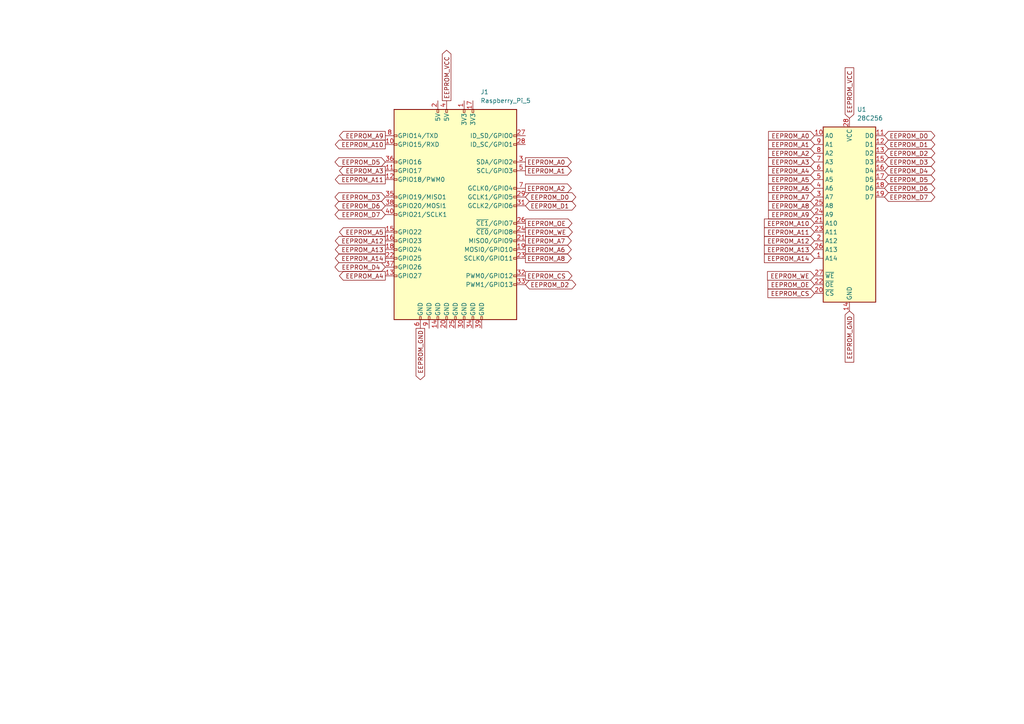
<source format=kicad_sch>
(kicad_sch (version 20230121) (generator eeschema)
  (paper "A4")
  (lib_symbols
    (symbol "Connector:Raspberry_Pi_2_3" (pin_names (offset 1.016))
      (property "Reference" "J" (at -17.78 31.75 0))
      (property "Value" "Raspberry_Pi_2_3" (at 10.16 -31.75 0))
      (symbol "Raspberry_Pi_2_3_0_1"
        (rectangle (start -17.78 30.48) (end 17.78 -30.48) (stroke (width 0.254)) (fill (type background)))
      )
      (symbol "Raspberry_Pi_2_3_1_1"
        (rectangle (start -16.891 -17.526) (end -17.78 -18.034))
        (rectangle (start -16.891 -14.986) (end -17.78 -15.494))
        (rectangle (start -16.891 -12.446) (end -17.78 -12.954))
        (rectangle (start -16.891 -9.906) (end -17.78 -10.414))
        (rectangle (start -16.891 -7.366) (end -17.78 -7.874))
        (rectangle (start -16.891 -4.826) (end -17.78 -5.334))
        (rectangle (start -16.891 0.254) (end -17.78 -0.254))
        (rectangle (start -16.891 2.794) (end -17.78 2.286))
        (rectangle (start -16.891 5.334) (end -17.78 4.826))
        (rectangle (start -16.891 10.414) (end -17.78 9.906))
        (rectangle (start -16.891 12.954) (end -17.78 12.446))
        (rectangle (start -16.891 15.494) (end -17.78 14.986))
        (rectangle (start -16.891 20.574) (end -17.78 20.066))
        (rectangle (start -16.891 23.114) (end -17.78 22.606))
        (rectangle (start -10.414 -29.591) (end -9.906 -30.48))
        (rectangle (start -7.874 -29.591) (end -7.366 -30.48))
        (rectangle (start -5.334 -29.591) (end -4.826 -30.48))
        (rectangle (start -5.334 30.48) (end -4.826 29.591))
        (rectangle (start -2.794 -29.591) (end -2.286 -30.48))
        (rectangle (start -2.794 30.48) (end -2.286 29.591))
        (rectangle (start -0.254 -29.591) (end 0.254 -30.48))
        (rectangle (start 2.286 -29.591) (end 2.794 -30.48))
        (rectangle (start 2.286 30.48) (end 2.794 29.591))
        (rectangle (start 4.826 -29.591) (end 5.334 -30.48))
        (rectangle (start 4.826 30.48) (end 5.334 29.591))
        (rectangle (start 7.366 -29.591) (end 7.874 -30.48))
        (rectangle (start 17.78 -20.066) (end 16.891 -20.574))
        (rectangle (start 17.78 -17.526) (end 16.891 -18.034))
        (rectangle (start 17.78 -12.446) (end 16.891 -12.954))
        (rectangle (start 17.78 -9.906) (end 16.891 -10.414))
        (rectangle (start 17.78 -7.366) (end 16.891 -7.874))
        (rectangle (start 17.78 -4.826) (end 16.891 -5.334))
        (rectangle (start 17.78 -2.286) (end 16.891 -2.794))
        (rectangle (start 17.78 2.794) (end 16.891 2.286))
        (rectangle (start 17.78 5.334) (end 16.891 4.826))
        (rectangle (start 17.78 7.874) (end 16.891 7.366))
        (rectangle (start 17.78 12.954) (end 16.891 12.446))
        (rectangle (start 17.78 15.494) (end 16.891 14.986))
        (rectangle (start 17.78 20.574) (end 16.891 20.066))
        (rectangle (start 17.78 23.114) (end 16.891 22.606))
        (pin power_in line (at 2.54 33.02 270) (length 2.54) (name "3V3") (number "1"))
        (pin bidirectional line (at -20.32 20.32 0) (length 2.54) (name "GPIO15/RXD") (number "10"))
        (pin bidirectional line (at -20.32 12.7 0) (length 2.54) (name "GPIO17") (number "11"))
        (pin bidirectional line (at -20.32 10.16 0) (length 2.54) (name "GPIO18/PWM0") (number "12"))
        (pin bidirectional line (at -20.32 -17.78 0) (length 2.54) (name "GPIO27") (number "13"))
        (pin power_in line (at -5.08 -33.02 90) (length 2.54) (name "GND") (number "14"))
        (pin bidirectional line (at -20.32 -5.08 0) (length 2.54) (name "GPIO22") (number "15"))
        (pin bidirectional line (at -20.32 -7.62 0) (length 2.54) (name "GPIO23") (number "16"))
        (pin power_in line (at 5.08 33.02 270) (length 2.54) (name "3V3") (number "17"))
        (pin bidirectional line (at -20.32 -10.16 0) (length 2.54) (name "GPIO24") (number "18"))
        (pin bidirectional line (at 20.32 -10.16 180) (length 2.54) (name "MOSI0/GPIO10") (number "19"))
        (pin power_in line (at -5.08 33.02 270) (length 2.54) (name "5V") (number "2"))
        (pin power_in line (at -2.54 -33.02 90) (length 2.54) (name "GND") (number "20"))
        (pin bidirectional line (at 20.32 -7.62 180) (length 2.54) (name "MISO0/GPIO9") (number "21"))
        (pin bidirectional line (at -20.32 -12.7 0) (length 2.54) (name "GPIO25") (number "22"))
        (pin bidirectional line (at 20.32 -12.7 180) (length 2.54) (name "SCLK0/GPIO11") (number "23"))
        (pin bidirectional line (at 20.32 -5.08 180) (length 2.54) (name "~{CE0}/GPIO8") (number "24"))
        (pin power_in line (at 0 -33.02 90) (length 2.54) (name "GND") (number "25"))
        (pin bidirectional line (at 20.32 -2.54 180) (length 2.54) (name "~{CE1}/GPIO7") (number "26"))
        (pin bidirectional line (at 20.32 22.86 180) (length 2.54) (name "ID_SD/GPIO0") (number "27"))
        (pin bidirectional line (at 20.32 20.32 180) (length 2.54) (name "ID_SC/GPIO1") (number "28"))
        (pin bidirectional line (at 20.32 5.08 180) (length 2.54) (name "GCLK1/GPIO5") (number "29"))
        (pin bidirectional line (at 20.32 15.24 180) (length 2.54) (name "SDA/GPIO2") (number "3"))
        (pin power_in line (at 2.54 -33.02 90) (length 2.54) (name "GND") (number "30"))
        (pin bidirectional line (at 20.32 2.54 180) (length 2.54) (name "GCLK2/GPIO6") (number "31"))
        (pin bidirectional line (at 20.32 -17.78 180) (length 2.54) (name "PWM0/GPIO12") (number "32"))
        (pin bidirectional line (at 20.32 -20.32 180) (length 2.54) (name "PWM1/GPIO13") (number "33"))
        (pin power_in line (at 5.08 -33.02 90) (length 2.54) (name "GND") (number "34"))
        (pin bidirectional line (at -20.32 5.08 0) (length 2.54) (name "GPIO19/MISO1") (number "35"))
        (pin bidirectional line (at -20.32 15.24 0) (length 2.54) (name "GPIO16") (number "36"))
        (pin bidirectional line (at -20.32 -15.24 0) (length 2.54) (name "GPIO26") (number "37"))
        (pin bidirectional line (at -20.32 2.54 0) (length 2.54) (name "GPIO20/MOSI1") (number "38"))
        (pin power_in line (at 7.62 -33.02 90) (length 2.54) (name "GND") (number "39"))
        (pin power_in line (at -2.54 33.02 270) (length 2.54) (name "5V") (number "4"))
        (pin bidirectional line (at -20.32 0 0) (length 2.54) (name "GPIO21/SCLK1") (number "40"))
        (pin bidirectional line (at 20.32 12.7 180) (length 2.54) (name "SCL/GPIO3") (number "5"))
        (pin power_in line (at -10.16 -33.02 90) (length 2.54) (name "GND") (number "6"))
        (pin bidirectional line (at 20.32 7.62 180) (length 2.54) (name "GCLK0/GPIO4") (number "7"))
        (pin bidirectional line (at -20.32 22.86 0) (length 2.54) (name "GPIO14/TXD") (number "8"))
        (pin power_in line (at -7.62 -33.02 90) (length 2.54) (name "GND") (number "9"))
      )
    )
    (symbol "Memory_EEPROM:28C256"
      (property "Reference" "U" (at -7.62 26.67 0))
      (property "Value" "28C256" (at 2.54 -26.67 0))
      (symbol "28C256_1_1"
        (rectangle (start -7.62 25.4) (end 7.62 -25.4) (stroke (width 0.254)) (fill (type background)))
        (pin input line (at -10.16 -12.7 0) (length 2.54) (name "A14") (number "1"))
        (pin input line (at -10.16 22.86 0) (length 2.54) (name "A0") (number "10"))
        (pin tri_state line (at 10.16 22.86 180) (length 2.54) (name "D0") (number "11"))
        (pin tri_state line (at 10.16 20.32 180) (length 2.54) (name "D1") (number "12"))
        (pin tri_state line (at 10.16 17.78 180) (length 2.54) (name "D2") (number "13"))
        (pin power_in line (at 0 -27.94 90) (length 2.54) (name "GND") (number "14"))
        (pin tri_state line (at 10.16 15.24 180) (length 2.54) (name "D3") (number "15"))
        (pin tri_state line (at 10.16 12.7 180) (length 2.54) (name "D4") (number "16"))
        (pin tri_state line (at 10.16 10.16 180) (length 2.54) (name "D5") (number "17"))
        (pin tri_state line (at 10.16 7.62 180) (length 2.54) (name "D6") (number "18"))
        (pin tri_state line (at 10.16 5.08 180) (length 2.54) (name "D7") (number "19"))
        (pin input line (at -10.16 -7.62 0) (length 2.54) (name "A12") (number "2"))
        (pin input line (at -10.16 -22.86 0) (length 2.54) (name "~{CS}") (number "20"))
        (pin input line (at -10.16 -2.54 0) (length 2.54) (name "A10") (number "21"))
        (pin input line (at -10.16 -20.32 0) (length 2.54) (name "~{OE}") (number "22"))
        (pin input line (at -10.16 -5.08 0) (length 2.54) (name "A11") (number "23"))
        (pin input line (at -10.16 0 0) (length 2.54) (name "A9") (number "24"))
        (pin input line (at -10.16 2.54 0) (length 2.54) (name "A8") (number "25"))
        (pin input line (at -10.16 -10.16 0) (length 2.54) (name "A13") (number "26"))
        (pin input line (at -10.16 -17.78 0) (length 2.54) (name "~{WE}") (number "27"))
        (pin power_in line (at 0 27.94 270) (length 2.54) (name "VCC") (number "28"))
        (pin input line (at -10.16 5.08 0) (length 2.54) (name "A7") (number "3"))
        (pin input line (at -10.16 7.62 0) (length 2.54) (name "A6") (number "4"))
        (pin input line (at -10.16 10.16 0) (length 2.54) (name "A5") (number "5"))
        (pin input line (at -10.16 12.7 0) (length 2.54) (name "A4") (number "6"))
        (pin input line (at -10.16 15.24 0) (length 2.54) (name "A3") (number "7"))
        (pin input line (at -10.16 17.78 0) (length 2.54) (name "A2") (number "8"))
        (pin input line (at -10.16 20.32 0) (length 2.54) (name "A1") (number "9"))
      )
    )
  )
  (global_label "EEPROM_D6" (shape bidirectional) (at 111.76 59.69 180) (property "Intersheetrefs" "${INTERSHEET_REFS}" (effects hide)))
  (global_label "EEPROM_D4" (shape bidirectional) (at 256.54 49.53 0) (property "Intersheetrefs" "${INTERSHEET_REFS}" (effects hide)))
  (global_label "EEPROM_A0" (shape output) (at 152.4 46.99 0) (property "Intersheetrefs" "${INTERSHEET_REFS}" (effects hide)))
  (global_label "EEPROM_OE" (shape input) (at 236.22 82.55 180) (property "Intersheetrefs" "${INTERSHEET_REFS}" (effects hide)))
  (global_label "EEPROM_A11" (shape output) (at 111.76 52.07 180) (property "Intersheetrefs" "${INTERSHEET_REFS}" (effects hide)))
  (global_label "EEPROM_A0" (shape input) (at 236.22 39.37 180) (property "Intersheetrefs" "${INTERSHEET_REFS}" (effects hide)))
  (global_label "EEPROM_D1" (shape bidirectional) (at 256.54 41.91 0) (property "Intersheetrefs" "${INTERSHEET_REFS}" (effects hide)))
  (global_label "EEPROM_A14" (shape output) (at 111.76 74.93 180) (property "Intersheetrefs" "${INTERSHEET_REFS}" (effects hide)))
  (global_label "EEPROM_A5" (shape output) (at 111.76 67.31 180) (property "Intersheetrefs" "${INTERSHEET_REFS}" (effects hide)))
  (global_label "EEPROM_CS" (shape output) (at 152.4 80.01 0) (property "Intersheetrefs" "${INTERSHEET_REFS}" (effects hide)))
  (global_label "EEPROM_A9" (shape output) (at 111.76 39.37 180) (property "Intersheetrefs" "${INTERSHEET_REFS}" (effects hide)))
  (global_label "EEPROM_A2" (shape output) (at 152.4 54.61 0) (property "Intersheetrefs" "${INTERSHEET_REFS}" (effects hide)))
  (global_label "EEPROM_A2" (shape input) (at 236.22 44.45 180) (property "Intersheetrefs" "${INTERSHEET_REFS}" (effects hide)))
  (global_label "EEPROM_A13" (shape output) (at 111.76 72.39 180) (property "Intersheetrefs" "${INTERSHEET_REFS}" (effects hide)))
  (global_label "EEPROM_A14" (shape input) (at 236.22 74.93 180) (property "Intersheetrefs" "${INTERSHEET_REFS}" (effects hide)))
  (global_label "EEPROM_A3" (shape output) (at 111.76 49.53 180) (property "Intersheetrefs" "${INTERSHEET_REFS}" (effects hide)))
  (global_label "EEPROM_D7" (shape bidirectional) (at 111.76 62.23 180) (property "Intersheetrefs" "${INTERSHEET_REFS}" (effects hide)))
  (global_label "EEPROM_A10" (shape output) (at 111.76 41.91 180) (property "Intersheetrefs" "${INTERSHEET_REFS}" (effects hide)))
  (global_label "EEPROM_D7" (shape bidirectional) (at 256.54 57.15 0) (property "Intersheetrefs" "${INTERSHEET_REFS}" (effects hide)))
  (global_label "EEPROM_WE" (shape output) (at 152.4 67.31 0) (property "Intersheetrefs" "${INTERSHEET_REFS}" (effects hide)))
  (global_label "EEPROM_A11" (shape input) (at 236.22 67.31 180) (property "Intersheetrefs" "${INTERSHEET_REFS}" (effects hide)))
  (global_label "EEPROM_A8" (shape output) (at 152.4 74.93 0) (property "Intersheetrefs" "${INTERSHEET_REFS}" (effects hide)))
  (global_label "EEPROM_A8" (shape input) (at 236.22 59.69 180) (property "Intersheetrefs" "${INTERSHEET_REFS}" (effects hide)))
  (global_label "EEPROM_D0" (shape bidirectional) (at 152.4 57.15 0) (property "Intersheetrefs" "${INTERSHEET_REFS}" (effects hide)))
  (global_label "EEPROM_WE" (shape input) (at 236.22 80.01 180) (property "Intersheetrefs" "${INTERSHEET_REFS}" (effects hide)))
  (global_label "EEPROM_A4" (shape input) (at 236.22 49.53 180) (property "Intersheetrefs" "${INTERSHEET_REFS}" (effects hide)))
  (global_label "EEPROM_A10" (shape input) (at 236.22 64.77 180) (property "Intersheetrefs" "${INTERSHEET_REFS}" (effects hide)))
  (global_label "EEPROM_A13" (shape input) (at 236.22 72.39 180) (property "Intersheetrefs" "${INTERSHEET_REFS}" (effects hide)))
  (global_label "EEPROM_OE" (shape output) (at 152.4 64.77 0) (property "Intersheetrefs" "${INTERSHEET_REFS}" (effects hide)))
  (global_label "EEPROM_D3" (shape bidirectional) (at 256.54 46.99 0) (property "Intersheetrefs" "${INTERSHEET_REFS}" (effects hide)))
  (global_label "EEPROM_A7" (shape input) (at 236.22 57.15 180) (property "Intersheetrefs" "${INTERSHEET_REFS}" (effects hide)))
  (global_label "EEPROM_D3" (shape bidirectional) (at 111.76 57.15 180) (property "Intersheetrefs" "${INTERSHEET_REFS}" (effects hide)))
  (global_label "EEPROM_D2" (shape bidirectional) (at 152.4 82.55 0) (property "Intersheetrefs" "${INTERSHEET_REFS}" (effects hide)))
  (global_label "EEPROM_VCC" (shape output) (at 129.54 29.21 90) (property "Intersheetrefs" "${INTERSHEET_REFS}" (effects hide)))
  (global_label "EEPROM_GND" (shape input) (at 246.38 90.17 270) (property "Intersheetrefs" "${INTERSHEET_REFS}" (effects hide)))
  (global_label "EEPROM_D5" (shape bidirectional) (at 256.54 52.07 0) (property "Intersheetrefs" "${INTERSHEET_REFS}" (effects hide)))
  (global_label "EEPROM_D0" (shape bidirectional) (at 256.54 39.37 0) (property "Intersheetrefs" "${INTERSHEET_REFS}" (effects hide)))
  (global_label "EEPROM_A1" (shape input) (at 236.22 41.91 180) (property "Intersheetrefs" "${INTERSHEET_REFS}" (effects hide)))
  (global_label "EEPROM_D5" (shape bidirectional) (at 111.76 46.99 180) (property "Intersheetrefs" "${INTERSHEET_REFS}" (effects hide)))
  (global_label "EEPROM_D2" (shape bidirectional) (at 256.54 44.45 0) (property "Intersheetrefs" "${INTERSHEET_REFS}" (effects hide)))
  (global_label "EEPROM_A7" (shape output) (at 152.4 69.85 0) (property "Intersheetrefs" "${INTERSHEET_REFS}" (effects hide)))
  (global_label "EEPROM_A9" (shape input) (at 236.22 62.23 180) (property "Intersheetrefs" "${INTERSHEET_REFS}" (effects hide)))
  (global_label "EEPROM_D1" (shape bidirectional) (at 152.4 59.69 0) (property "Intersheetrefs" "${INTERSHEET_REFS}" (effects hide)))
  (global_label "EEPROM_GND" (shape output) (at 121.92 95.25 270) (property "Intersheetrefs" "${INTERSHEET_REFS}" (effects hide)))
  (global_label "EEPROM_D4" (shape bidirectional) (at 111.76 77.47 180) (property "Intersheetrefs" "${INTERSHEET_REFS}" (effects hide)))
  (global_label "EEPROM_A12" (shape output) (at 111.76 69.85 180) (property "Intersheetrefs" "${INTERSHEET_REFS}" (effects hide)))
  (global_label "EEPROM_CS" (shape input) (at 236.22 85.09 180) (property "Intersheetrefs" "${INTERSHEET_REFS}" (effects hide)))
  (global_label "EEPROM_A1" (shape output) (at 152.4 49.53 0) (property "Intersheetrefs" "${INTERSHEET_REFS}" (effects hide)))
  (global_label "EEPROM_VCC" (shape input) (at 246.38 34.29 90) (property "Intersheetrefs" "${INTERSHEET_REFS}" (effects hide)))
  (global_label "EEPROM_A5" (shape input) (at 236.22 52.07 180) (property "Intersheetrefs" "${INTERSHEET_REFS}" (effects hide)))
  (global_label "EEPROM_D6" (shape bidirectional) (at 256.54 54.61 0) (property "Intersheetrefs" "${INTERSHEET_REFS}" (effects hide)))
  (global_label "EEPROM_A4" (shape output) (at 111.76 80.01 180) (property "Intersheetrefs" "${INTERSHEET_REFS}" (effects hide)))
  (global_label "EEPROM_A3" (shape input) (at 236.22 46.99 180) (property "Intersheetrefs" "${INTERSHEET_REFS}" (effects hide)))
  (global_label "EEPROM_A6" (shape output) (at 152.4 72.39 0) (property "Intersheetrefs" "${INTERSHEET_REFS}" (effects hide)))
  (global_label "EEPROM_A12" (shape input) (at 236.22 69.85 180) (property "Intersheetrefs" "${INTERSHEET_REFS}" (effects hide)))
  (global_label "EEPROM_A6" (shape input) (at 236.22 54.61 180) (property "Intersheetrefs" "${INTERSHEET_REFS}" (effects hide)))
  (symbol (lib_id "Connector:Raspberry_Pi_2_3") (at 132.08 62.23 0) (unit 1)
    (property "Reference" "J1" (at 139.3541 26.67 0) (effects (justify left)))
    (property "Value" "Raspberry_Pi_5" (at 139.3541 29.21 0) (effects (justify left)))
    (property "Datasheet" "https://www.raspberrypi.org/documentation/hardware/raspberrypi/schematics/rpi_SCH_3bplus_1p0_reduced.pdf" (effects hide))
  )
  (symbol (lib_id "Memory_EEPROM:28C256") (at 246.38 62.23 0) (unit 1)
    (property "Reference" "U1" (at 248.5741 31.75 0) (effects (justify left)))
    (property "Value" "28C256" (at 248.5741 34.29 0) (effects (justify left)))
    (property "Datasheet" "http://ww1.microchip.com/downloads/en/DeviceDoc/doc0006.pdf" (effects hide))
  )
)
</source>
